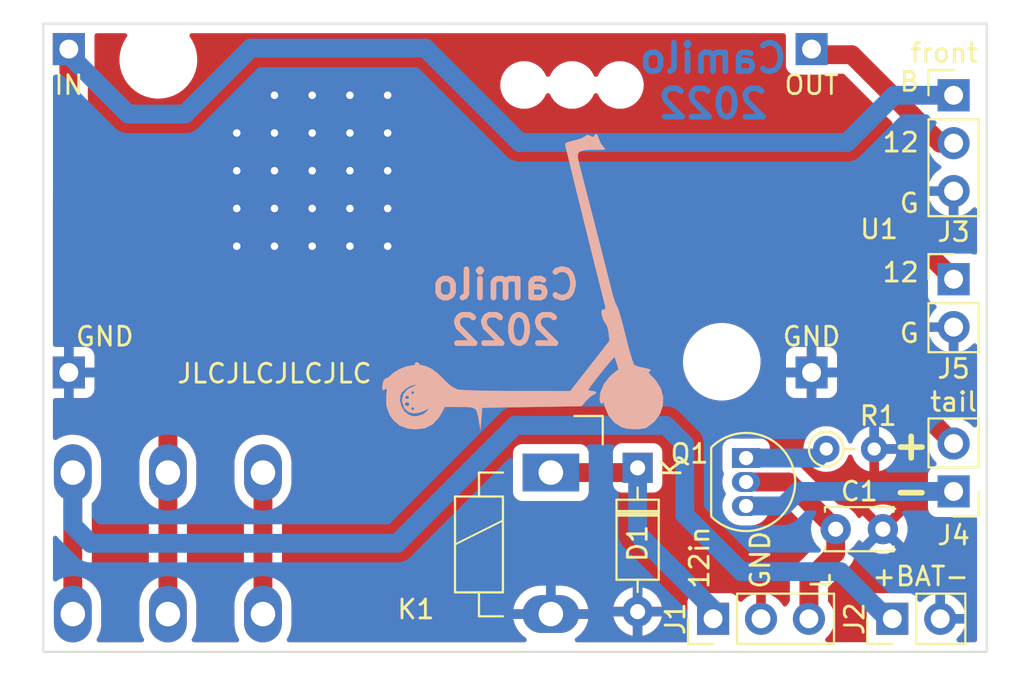
<source format=kicad_pcb>
(kicad_pcb (version 20211014) (generator pcbnew)
  (layers (0 "F.Cu" signal) (31 "B.Cu" signal) (34 "B.Paste" user) (35 "F.Paste" user) (36 "B.SilkS" user "B.Silkscreen") (37 "F.SilkS" user "F.Silkscreen") (38 "B.Mask" user) (39 "F.Mask" user) (44 "Edge.Cuts" user))
  (net 0 "")
  (net 1 "GND")
  (net 2 "/tail")
  (net 3 "/12v signal")
  (net 4 "+BATT")
  (net 5 "/bat_on")
  (net 6 "+12V")
  (net 7 "Net-(J4-Pad1)")
  (net 8 "unconnected-(K1-Pad12)")
  (net 9 "Net-(Q1-Pad1)")
  (footprint "Relay_THT:Relay_SPDT_Schrack-RT1-16A-FormC_RM5mm" (layer "F.Cu") (at 96.65 79 180)
    (fp_text reference "K1" (at 7.15 -7.25) (layer "F.SilkS"))
    (fp_text value "RT314A03")
    (fp_line (start 5.08 -1.27) (end 5.08 -6.35) (layer "F.SilkS") (width 0.12))
    (fp_line (start 2.54 -2.54) (end 5.08 -3.81) (layer "F.SilkS") (width 0.1))
    (fp_line (start 2.54 -1.27) (end 3.81 -1.27) (layer "F.SilkS") (width 0.12))
    (fp_line (start 2.54 0) (end 3.81 0) (layer "F.SilkS") (width 0.12))
    (fp_line (start -2.75 1.5) (end -2.75 3) (layer "F.SilkS") (width 0.12))
    (fp_line (start -2.75 3) (end -1.25 3) (layer "F.SilkS") (width 0.12))
    (fp_line (start 3.81 -6.35) (end 3.81 -7.62) (layer "F.SilkS") (width 0.12))
    (fp_line (start 2.54 -6.35) (end 2.54 -1.27) (layer "F.SilkS") (width 0.12))
    (fp_line (start 5.08 -6.35) (end 2.54 -6.35) (layer "F.SilkS") (width 0.12))
    (fp_line (start 3.81 -7.62) (end 2.54 -7.62) (layer "F.SilkS") (width 0.12))
    (fp_line (start 3.81 0) (end 3.81 -1.27) (layer "F.SilkS") (width 0.12))
    (fp_line (start 3.81 -1.27) (end 5.08 -1.27) (layer "F.SilkS") (width 0.12))
    (pad "11" thru_hole oval (at 20.3 -7.5) (size 2 3) (drill 1.3) (layers *.Cu *.Mask) (net 5 "/bat_on"))
    (pad "11" thru_hole oval (at 20.3 0) (size 2 3) (drill 1.3) (layers *.Cu *.Mask) (net 5 "/bat_on"))
    (pad "12" thru_hole oval (at 15.26 -7.5) (size 2 3) (drill 1.3) (layers *.Cu *.Mask) (net 8 "unconnected-(K1-Pad12)"))
    (pad "12" thru_hole oval (at 15.26 0) (size 2 3) (drill 1.3) (layers *.Cu *.Mask) (net 8 "unconnected-(K1-Pad12)"))
    (pad "14" thru_hole oval (at 25.34 0) (size 2 3) (drill 1.3) (layers *.Cu *.Mask) (net 4 "+BATT"))
    (pad "14" thru_hole oval (at 25.34 -7.5) (size 2 3) (drill 1.3) (layers *.Cu *.Mask) (net 4 "+BATT"))
    (pad "A1" thru_hole rect (at 0 0) (size 3 2) (drill 1.3) (layers *.Cu *.Mask) (net 3 "/12v signal"))
    (pad "A2" thru_hole oval (at 0 -7.5) (size 3 2) (drill 1.3) (layers *.Cu *.Mask) (net 1 "GND"))
  )
  (footprint "Connector_PinHeader_2.54mm:PinHeader_1x02_P2.54mm_Vertical" (layer "F.Cu") (at 118 80 180)
    (fp_text reference "J4" (at 0 -2.33) (layer "F.SilkS"))
    (fp_text value "tail")
    (fp_line (start -1.33 -1.33) (end 0 -1.33) (layer "F.SilkS") (width 0.12))
    (fp_line (start -1.33 3.87) (end 1.33 3.87) (layer "F.SilkS") (width 0.12))
    (fp_line (start -1.33 0) (end -1.33 -1.33) (layer "F.SilkS") (width 0.12))
    (fp_line (start -1.33 1.27) (end 1.33 1.27) (layer "F.SilkS") (width 0.12))
    (fp_line (start -1.33 1.27) (end -1.33 3.87) (layer "F.SilkS") (width 0.12))
    (fp_line (start 1.33 1.27) (end 1.33 3.87) (layer "F.SilkS") (width 0.12))
    (pad "1" thru_hole rect (at 0 0 180) (size 1.7 1.7) (drill 1) (layers *.Cu *.Mask) (net 7 "Net-(J4-Pad1)"))
    (pad "2" thru_hole oval (at 0 2.54 180) (size 1.7 1.7) (drill 1) (layers *.Cu *.Mask) (net 6 "+12V"))
  )
  (footprint "stepdown:DSN2596" (layer "F.Cu") (at 90.785 64.805)
    (fp_text reference "U1" (at 23.265 1.295 unlocked) (layer "F.SilkS"))
    (fp_text value "Stepdown")
    (fp_text user "GND" (at -17.78 6.985 unlocked) (layer "F.SilkS"))
    (fp_text user "OUT" (at 19.685 -6.35 unlocked) (layer "F.SilkS"))
    (fp_text user "GND" (at 19.685 6.985 unlocked) (layer "F.SilkS"))
    (fp_text user "IN" (at -19.685 -6.35 unlocked) (layer "F.SilkS"))
    (pad "" np_thru_hole circle (at 6.985 -6.35) (size 1.5 1.5) (drill 1.5) (layers F&B.Cu *.Mask))
    (pad "" np_thru_hole circle (at 4.445 -6.35) (size 1.5 1.5) (drill 1.5) (layers F&B.Cu *.Mask))
    (pad "" np_thru_hole circle (at 14.925 8.32) (size 3.1 3.1) (drill 3.1) (layers F&B.Cu *.Mask))
    (pad "" np_thru_hole circle (at 9.525 -6.35) (size 1.5 1.5) (drill 1.5) (layers F&B.Cu *.Mask))
    (pad "" np_thru_hole circle (at -14.94 -7.69) (size 3.1 3.1) (drill 3.1) (layers F&B.Cu *.Mask))
    (pad "1" thru_hole rect (at -19.685 -8.255) (size 1.7 1.7) (drill 1) (layers *.Cu *.Mask) (net 5 "/bat_on"))
    (pad "2" thru_hole rect (at -19.685 8.89) (size 1.7 1.7) (drill 1) (layers *.Cu *.Mask) (net 1 "GND"))
    (pad "3" thru_hole rect (at 19.685 8.89) (size 1.7 1.7) (drill 1) (layers *.Cu *.Mask) (net 1 "GND"))
    (pad "4" thru_hole rect (at 19.685 -8.255) (size 1.7 1.7) (drill 1) (layers *.Cu *.Mask) (net 6 "+12V"))
  )
  (footprint "Connector_PinHeader_2.54mm:PinHeader_1x02_P2.54mm_Vertical" (layer "F.Cu") (at 118 68.75)
    (fp_text reference "J5" (at 0 4.75) (layer "F.SilkS"))
    (fp_text value "12v out")
    (fp_line (start -1.33 1.27) (end 1.33 1.27) (layer "F.SilkS") (width 0.12))
    (fp_line (start 1.33 1.27) (end 1.33 3.87) (layer "F.SilkS") (width 0.12))
    (fp_line (start -1.33 3.87) (end 1.33 3.87) (layer "F.SilkS") (width 0.12))
    (fp_line (start -1.33 0) (end -1.33 -1.33) (layer "F.SilkS") (width 0.12))
    (fp_line (start -1.33 1.27) (end -1.33 3.87) (layer "F.SilkS") (width 0.12))
    (fp_line (start -1.33 -1.33) (end 0 -1.33) (layer "F.SilkS") (width 0.12))
    (pad "1" thru_hole rect (at 0 0) (size 1.7 1.7) (drill 1) (layers *.Cu *.Mask) (net 6 "+12V"))
    (pad "2" thru_hole oval (at 0 2.54) (size 1.7 1.7) (drill 1) (layers *.Cu *.Mask) (net 1 "GND"))
  )
  (footprint "Diode_THT:D_DO-35_SOD27_P7.62mm_Horizontal" (layer "F.Cu") (at 101.25 78.75 -90)
    (fp_text reference "D1" (at 4 0 90) (layer "F.SilkS"))
    (fp_text value "1N4148")
    (fp_text user "K" (at 0 -1.8 -90) (layer "F.SilkS"))
    (fp_line (start 2.53 -1.12) (end 2.53 1.12) (layer "F.SilkS") (width 0.12))
    (fp_line (start 2.41 -1.12) (end 2.41 1.12) (layer "F.SilkS") (width 0.12))
    (fp_line (start 2.29 -1.12) (end 2.29 1.12) (layer "F.SilkS") (width 0.12))
    (fp_line (start 6.58 0) (end 5.93 0) (layer "F.SilkS") (width 0.12))
    (fp_line (start 5.93 1.12) (end 5.93 -1.12) (layer "F.SilkS") (width 0.12))
    (fp_line (start 1.69 -1.12) (end 1.69 1.12) (layer "F.SilkS") (width 0.12))
    (fp_line (start 5.93 -1.12) (end 1.69 -1.12) (layer "F.SilkS") (width 0.12))
    (fp_line (start 1.69 1.12) (end 5.93 1.12) (layer "F.SilkS") (width 0.12))
    (fp_line (start 1.04 0) (end 1.69 0) (layer "F.SilkS") (width 0.12))
    (pad "1" thru_hole rect (at 0 0 270) (size 1.6 1.6) (drill 0.8) (layers *.Cu *.Mask) (net 3 "/12v signal"))
    (pad "2" thru_hole oval (at 7.62 0 270) (size 1.6 1.6) (drill 0.8) (layers *.Cu *.Mask) (net 1 "GND"))
  )
  (footprint "Connector_PinHeader_2.54mm:PinHeader_1x03_P2.54mm_Vertical" (layer "F.Cu") (at 118 59)
    (fp_text reference "J3" (at 0 7.25) (layer "F.SilkS"))
    (fp_text value "frontLight")
    (fp_line (start -1.33 1.27) (end -1.33 6.41) (layer "F.SilkS") (width 0.12))
    (fp_line (start -1.33 0) (end -1.33 -1.33) (layer "F.SilkS") (width 0.12))
    (fp_line (start -1.33 1.27) (end 1.33 1.27) (layer "F.SilkS") (width 0.12))
    (fp_line (start -1.33 6.41) (end 1.33 6.41) (layer "F.SilkS") (width 0.12))
    (fp_line (start -1.33 -1.33) (end 0 -1.33) (layer "F.SilkS") (width 0.12))
    (fp_line (start 1.33 1.27) (end 1.33 6.41) (layer "F.SilkS") (width 0.12))
    (pad "1" thru_hole rect (at 0 0) (size 1.7 1.7) (drill 1) (layers *.Cu *.Mask) (net 5 "/bat_on"))
    (pad "2" thru_hole oval (at 0 2.54) (size 1.7 1.7) (drill 1) (layers *.Cu *.Mask) (net 6 "+12V"))
    (pad "3" thru_hole oval (at 0 5.08) (size 1.7 1.7) (drill 1) (layers *.Cu *.Mask) (net 1 "GND"))
  )
  (footprint "Connector_PinHeader_2.54mm:PinHeader_1x02_P2.54mm_Vertical" (layer "F.Cu") (at 114.75 86.75 90)
    (fp_text reference "J2" (at 0 -2 90) (layer "F.SilkS"))
    (fp_text value "batt")
    (fp_line (start -1.33 0) (end -1.33 -1.33) (layer "F.SilkS") (width 0.12))
    (fp_line (start -1.33 3.87) (end 1.33 3.87) (layer "F.SilkS") (width 0.12))
    (fp_line (start -1.33 1.27) (end -1.33 3.87) (layer "F.SilkS") (width 0.12))
    (fp_line (start -1.33 1.27) (end 1.33 1.27) (layer "F.SilkS") (width 0.12))
    (fp_line (start 1.33 1.27) (end 1.33 3.87) (layer "F.SilkS") (width 0.12))
    (fp_line (start -1.33 -1.33) (end 0 -1.33) (layer "F.SilkS") (width 0.12))
    (pad "1" thru_hole rect (at 0 0 90) (size 1.7 1.7) (drill 1) (layers *.Cu *.Mask) (net 4 "+BATT"))
    (pad "2" thru_hole oval (at 0 2.54 90) (size 1.7 1.7) (drill 1) (layers *.Cu *.Mask) (net 1 "GND"))
  )
  (footprint "Resistor_THT:R_Axial_DIN0204_L3.6mm_D1.6mm_P2.54mm_Vertical" (layer "F.Cu") (at 111.25 77.75)
    (fp_text reference "R1" (at 2.75 -1.75) (layer "F.SilkS"))
    (fp_text value "68")
    (fp_line (start 0.92 0) (end 1.54 0) (layer "F.SilkS") (width 0.12))
    (fp_circle (center 0 0) (end 0.92 0) (layer "F.SilkS") (width 0.12) (fill none))
    (pad "1" thru_hole circle (at 0 0) (size 1.4 1.4) (drill 0.7) (layers *.Cu *.Mask) (net 9 "Net-(Q1-Pad1)"))
    (pad "2" thru_hole oval (at 2.54 0) (size 1.4 1.4) (drill 0.7) (layers *.Cu *.Mask) (net 1 "GND"))
  )
  (footprint "Connector_PinHeader_2.54mm:PinHeader_1x03_P2.54mm_Vertical" (layer "F.Cu") (at 105.25 86.75 90)
    (fp_text reference "J1" (at 0 -2 270) (layer "F.SilkS"))
    (fp_text value "scooter")
    (fp_line (start -1.33 6.41) (end 1.33 6.41) (layer "F.SilkS") (width 0.12))
    (fp_line (start -1.33 -1.33) (end 0 -1.33) (layer "F.SilkS") (width 0.12))
    (fp_line (start -1.33 1.27) (end -1.33 6.41) (layer "F.SilkS") (width 0.12))
    (fp_line (start -1.33 0) (end -1.33 -1.33) (layer "F.SilkS") (width 0.12))
    (fp_line (start 1.33 1.27) (end 1.33 6.41) (layer "F.SilkS") (width 0.12))
    (fp_line (start -1.33 1.27) (end 1.33 1.27) (layer "F.SilkS") (width 0.12))
    (pad "1" thru_hole rect (at 0 0 90) (size 1.7 1.7) (drill 1) (layers *.Cu *.Mask) (net 3 "/12v signal"))
    (pad "2" thru_hole oval (at 0 2.54 90) (size 1.7 1.7) (drill 1) (layers *.Cu *.Mask) (net 1 "GND"))
    (pad "3" thru_hole oval (at 0 5.08 90) (size 1.7 1.7) (drill 1) (layers *.Cu *.Mask) (net 2 "/tail"))
  )
  (footprint "Package_TO_SOT_THT:TO-92_Inline" (layer "F.Cu") (at 107 78.23 -90)
    (fp_text reference "Q1" (at -0.23 3 180) (layer "F.SilkS"))
    (fp_text value "PN2222A")
    (fp_line (start -0.53 1.85) (end 3.07 1.85) (layer "F.SilkS") (width 0.12))
    (fp_arc (start 1.27 -2.6) (mid 3.672087 -0.994977) (end 3.108478 1.838478) (layer "F.SilkS") (width 0.12))
    (fp_arc (start -0.568478 1.838478) (mid -1.132087 -0.994977) (end 1.27 -2.6) (layer "F.SilkS") (width 0.12))
    (pad "1" thru_hole rect (at 0 0 270) (size 1.05 1.5) (drill 0.75) (layers *.Cu *.Mask) (net 9 "Net-(Q1-Pad1)"))
    (pad "2" thru_hole oval (at 1.27 0 270) (size 1.05 1.5) (drill 0.75) (layers *.Cu *.Mask) (net 2 "/tail"))
    (pad "3" thru_hole oval (at 2.54 0 270) (size 1.05 1.5) (drill 0.75) (layers *.Cu *.Mask) (net 7 "Net-(J4-Pad1)"))
  )
  (footprint "Capacitor_THT:C_Disc_D3.4mm_W2.1mm_P2.50mm" (layer "F.Cu") (at 114.25 82 180)
    (fp_text reference "C1" (at 1.25 2) (layer "F.SilkS"))
    (fp_text value "0.1uF")
    (fp_line (start -0.57 -1.17) (end -0.57 -0.925) (layer "F.SilkS") (width 0.12))
    (fp_line (start -0.57 1.17) (end 3.07 1.17) (layer "F.SilkS") (width 0.12))
    (fp_line (start 3.07 0.925) (end 3.07 1.17) (layer "F.SilkS") (width 0.12))
    (fp_line (start -0.57 -1.17) (end 3.07 -1.17) (layer "F.SilkS") (width 0.12))
    (fp_line (start 3.07 -1.17) (end 3.07 -0.925) (layer "F.SilkS") (width 0.12))
    (fp_line (start -0.57 0.925) (end -0.57 1.17) (layer "F.SilkS") (width 0.12))
    (pad "1" thru_hole circle (at 0 0 180) (size 1.6 1.6) (drill 0.8) (layers *.Cu *.Mask) (net 1 "GND"))
    (pad "2" thru_hole circle (at 2.5 0 180) (size 1.6 1.6) (drill 0.8) (layers *.Cu *.Mask) (net 2 "/tail"))
  )
  (footprint "logo:Mijia" (layer "B.Cu") (at 95 68.75 180)
    (fp_text reference "G***" hide)
    (fp_text value "Mijia" hide)
    (fp_poly (pts (xy -3.957665 7.60569) (xy -3.955118 7.598833) (xy -3.89278 7.535753) (xy -3.758852 7.586187) (xy -3.743616 7.595042) (xy -3.589211 7.652963) (xy -3.478107 7.585583) (xy -3.469367 7.575297) (xy -3.335481 7.493214) (xy -3.093407 7.406576) (xy -2.869171 7.350418) (xy -2.581683 7.279679) (xy -2.43576 7.210033) (xy -2.404288 7.127737) (xy -2.40697 7.116163) (xy -2.439059 6.991241) (xy -2.50306 6.733769) (xy -2.591078 6.375787) (xy -2.69522 5.949335) (xy -2.752192 5.715) (xy -2.85713 5.284795) (xy -2.985984 4.759858) (xy -3.133651 4.160697) (xy -3.295028 3.507817) (xy -3.465009 2.821723) (xy -3.638492 2.122921) (xy -3.810373 1.431917) (xy -3.975548 0.769215) (xy -4.128912 0.155323) (xy -4.265364 -0.389255) (xy -4.379798 -0.844013) (xy -4.46711 -1.188445) (xy -4.522198 -1.402047) (xy -4.538149 -1.4605) (xy -4.527071 -1.584189) (xy -4.441283 -1.608667) (xy -4.352132 -1.636683) (xy -4.332697 -1.749737) (xy -4.35793 -1.921965) (xy -4.427539 -2.151951) (xy -4.52227 -2.310299) (xy -4.538187 -2.324132) (xy -4.61829 -2.455445) (xy -4.686084 -2.690119) (xy -4.709823 -2.836628) (xy -4.759977 -3.260257) (xy -2.680191 -5.926667) (xy 0.162737 -5.926194) (xy 0.93595 -5.923428) (xy 1.631651 -5.91572) (xy 2.232375 -5.903553) (xy 2.720657 -5.88741) (xy 3.079032 -5.867774) (xy 3.290035 -5.845129) (xy 3.318288 -5.838895) (xy 3.630652 -5.6788) (xy 3.961011 -5.375225) (xy 3.98112 -5.352534) (xy 4.318685 -5.014946) (xy 4.659305 -4.758032) (xy 4.968228 -4.605116) (xy 5.1435 -4.572434) (xy 5.292199 -4.540198) (xy 5.334 -4.487333) (xy 5.402915 -4.413029) (xy 5.465996 -4.402667) (xy 5.553631 -4.443712) (xy 5.545666 -4.487333) (xy 5.577384 -4.549112) (xy 5.731169 -4.573859) (xy 6.033182 -4.629415) (xy 6.375707 -4.767716) (xy 6.679098 -4.952196) (xy 6.807622 -5.068042) (xy 6.95943 -5.200849) (xy 7.07373 -5.249333) (xy 7.196176 -5.327005) (xy 7.267826 -5.540891) (xy 7.281333 -5.732291) (xy 7.267123 -5.877591) (xy 7.203998 -5.87919) (xy 7.149511 -5.837998) (xy 7.074866 -5.791894) (xy 7.045941 -5.838733) (xy 7.055855 -6.007764) (xy 7.074507 -6.156914) (xy 7.071491 -6.690387) (xy 6.910559 -7.165759) (xy 6.70651 -7.46433) (xy 6.363513 -7.757341) (xy 5.930617 -7.919073) (xy 5.501848 -7.958667) (xy 5.015921 -7.893698) (xy 4.61668 -7.692147) (xy 4.288924 -7.344045) (xy 4.114062 -7.0485) (xy 4.006069 -6.834834) (xy 4.783666 -6.834834) (xy 4.940675 -7.01102) (xy 5.12781 -7.160261) (xy 5.391278 -7.244753) (xy 5.562849 -7.269803) (xy 5.710027 -7.245404) (xy 5.886699 -7.180183) (xy 6.115281 -6.99948) (xy 6.274738 -6.728862) (xy 6.348405 -6.423468) (xy 6.319613 -6.138439) (xy 6.244166 -5.997569) (xy 6.028728 -5.797291) (xy 5.77418 -5.649735) (xy 5.550887 -5.595524) (xy 5.547994 -5.595636) (xy 5.482943 -5.615751) (xy 5.584352 -5.662493) (xy 5.646173 -5.681343) (xy 5.957613 -5.843217) (xy 6.165855 -6.097575) (xy 6.24245 -6.404398) (xy 6.234266 -6.508641) (xy 6.113427 -6.840719) (xy 5.891439 -7.046361) (xy 5.587908 -7.117843) (xy 5.22244 -7.047441) (xy 5.054628 -6.973417) (xy 4.828961 -6.858) (xy 5.588 -6.858) (xy 5.652429 -6.940206) (xy 5.672666 -6.942667) (xy 5.754873 -6.878237) (xy 5.757333 -6.858) (xy 5.692904 -6.775793) (xy 5.672666 -6.773333) (xy 5.59046 -6.837762) (xy 5.588 -6.858) (xy 4.828961 -6.858) (xy 4.783666 -6.834834) (xy 4.006069 -6.834834) (xy 3.974984 -6.773333) (xy 3.17073 -6.773333) (xy 2.777662 -6.775508) (xy 2.519091 -6.800323) (xy 2.360244 -6.87521) (xy 2.266354 -7.027602) (xy 2.202648 -7.284934) (xy 2.151284 -7.577667) (xy 2.078155 -8.001) (xy 2.033911 -7.408333) (xy 1.989666 -6.815667) (xy -0.643905 -6.773333) (xy -3.277476 -6.731) (xy -3.41178 -6.57133) (xy 5.852232 -6.57133) (xy 5.873155 -6.688225) (xy 5.896142 -6.714587) (xy 6.001684 -6.73171) (xy 6.087258 -6.645896) (xy 6.096 -6.599003) (xy 6.027348 -6.528297) (xy 5.969 -6.519333) (xy 5.852232 -6.57133) (xy -3.41178 -6.57133) (xy -3.505123 -6.460358) (xy -3.689401 -6.274916) (xy -3.711901 -6.258983) (xy 5.858227 -6.258983) (xy 5.899098 -6.336186) (xy 5.969 -6.35) (xy 6.074373 -6.30704) (xy 6.079772 -6.258983) (xy 5.992363 -6.171509) (xy 5.969 -6.167967) (xy 5.869725 -6.233881) (xy 5.858227 -6.258983) (xy -3.711901 -6.258983) (xy -3.863136 -6.151891) (xy -3.898386 -6.137153) (xy -4.044596 -6.052538) (xy -4.039591 -6.011333) (xy 5.588 -6.011333) (xy 5.652429 -6.09354) (xy 5.672666 -6.096) (xy 5.754873 -6.031571) (xy 5.757333 -6.011333) (xy 5.692904 -5.929127) (xy 5.672666 -5.926667) (xy 5.59046 -5.991096) (xy 5.588 -6.011333) (xy -4.039591 -6.011333) (xy -4.034488 -5.969334) (xy -3.87672 -5.927112) (xy -3.852334 -5.926667) (xy -3.693309 -5.904905) (xy -3.641139 -5.863167) (xy -3.691406 -5.773604) (xy -3.82545 -5.58532) (xy -4.018798 -5.329809) (xy -4.246976 -5.038563) (xy -4.485511 -4.743074) (xy -4.70993 -4.474837) (xy -4.80468 -4.365883) (xy -5.02447 -4.117432) (xy -5.137238 -4.443157) (xy -5.20278 -4.649076) (xy -5.230407 -4.770417) (xy -5.228504 -4.782526) (xy -4.791375 -5.134511) (xy -4.467562 -5.551478) (xy -4.277229 -6.00207) (xy -4.234161 -6.328833) (xy -4.260635 -6.500105) (xy -4.319928 -6.60229) (xy -4.380083 -6.604327) (xy -4.408382 -6.498167) (xy -4.430415 -6.508974) (xy -4.48085 -6.65042) (xy -4.523285 -6.798408) (xy -4.717901 -7.240163) (xy -5.026677 -7.605441) (xy -5.394781 -7.842094) (xy -5.67192 -7.916373) (xy -6.018283 -7.95043) (xy -6.365995 -7.943362) (xy -6.647182 -7.894266) (xy -6.731 -7.859862) (xy -7.150623 -7.542196) (xy -7.437762 -7.144708) (xy -7.588898 -6.696445) (xy -7.600513 -6.226453) (xy -7.469087 -5.763778) (xy -7.191103 -5.337467) (xy -7.053523 -5.197619) (xy -6.895458 -5.036803) (xy -6.826715 -4.932677) (xy -6.841455 -4.910667) (xy -6.936502 -4.858437) (xy -6.942667 -4.831188) (xy -6.867241 -4.772778) (xy -6.676108 -4.715616) (xy -6.557472 -4.693945) (xy -6.300527 -4.636389) (xy -6.107695 -4.55959) (xy -6.064762 -4.528666) (xy -6.010874 -4.414664) (xy -5.927346 -4.164251) (xy -5.822586 -3.806021) (xy -5.704999 -3.368567) (xy -5.596167 -2.934923) (xy -5.47632 -2.458014) (xy -5.364076 -2.041524) (xy -5.267239 -1.712109) (xy -5.193612 -1.496426) (xy -5.15303 -1.421343) (xy -5.098856 -1.332456) (xy -5.019729 -1.115518) (xy -4.928213 -0.807606) (xy -4.871725 -0.591162) (xy -4.807513 -0.335361) (xy -4.707563 0.059118) (xy -4.578356 0.566968) (xy -4.42637 1.162881) (xy -4.258085 1.821549) (xy -4.079983 2.517665) (xy -3.898542 3.225921) (xy -3.720243 3.921009) (xy -3.551565 4.577622) (xy -3.398988 5.170451) (xy -3.268993 5.67419) (xy -3.168059 6.06353) (xy -3.154101 6.117118) (xy -3.084547 6.435112) (xy -3.087778 6.64683) (xy -3.1858 6.773534) (xy -3.400622 6.836484) (xy -3.754251 6.856943) (xy -3.920999 6.858) (xy -4.256986 6.85942) (xy -4.449089 6.869243) (xy -4.522757 6.895809) (xy -4.503438 6.947462) (xy -4.426179 7.0236) (xy -4.275964 7.231069) (xy -4.19182 7.446934) (xy -4.120443 7.64415) (xy -4.035503 7.701489) (xy -3.957665 7.60569)) (layer "B.SilkS") (width 0.01) (fill solid))
  )
  (gr_rect (start 69.75 55.2) (end 119.75 88.5) (layer "Edge.Cuts") (width 0.1) (fill none))
  (gr_text "Camilo\n2022" (at 105.25 58.25) (layer "B.Cu") (effects (font (size 1.5 1.5) (thickness 0.3)) (justify mirror)))
  (gr_text "Camilo\n2022" (at 94.25 70.25) (layer "B.SilkS") (effects (font (size 1.5 1.5) (thickness 0.3)) (justify mirror)))
  (gr_text "+\n-" (at 115.75 78.75) (layer "F.SilkS") (effects (font (size 1.5 1.5) (thickness 0.3))))
  (gr_text "+BAT-" (at 116.25 84.5) (layer "F.SilkS") (effects (font (size 1 1))))
  (gr_text "front" (at 117.5 56.75) (layer "F.SilkS") (effects (font (size 1 1))))
  (gr_text "JLCJLCJLCJLC" (at 82 73.75) (layer "F.SilkS") (effects (font (size 1 1))))
  (gr_text "B\n\n12\n\nG" (at 116.25 61.5) (layer "F.SilkS") (effects (font (size 1 1)) (justify right)))
  (gr_text "12\n\nG" (at 116.25 70) (layer "F.SilkS") (effects (font (size 1 1)) (justify right)))
  (gr_text "tail" (at 118 75.25) (layer "F.SilkS") (effects (font (size 1 1))))
  (gr_text "12in\n\nGND\n\nL" (at 107.75 85.25 90) (layer "F.SilkS") (effects (font (size 1 1)) (justify left)))
  (via (at 80 67) (size 0.8) (drill 0.4) (layers "F.Cu" "B.Cu") (net 1))
  (via (at 84 59) (size 0.8) (drill 0.4) (layers "F.Cu" "B.Cu") (net 1))
  (via (at 82 67) (size 0.8) (drill 0.4) (layers "F.Cu" "B.Cu") (net 1))
  (via (at 86 63) (size 0.8) (drill 0.4) (layers "F.Cu" "B.Cu") (net 1))
  (via (at 88 65) (size 0.8) (drill 0.4) (layers "F.Cu" "B.Cu") (net 1))
  (via (at 82 63) (size 0.8) (drill 0.4) (layers "F.Cu" "B.Cu") (net 1))
  (via (at 88 67) (size 0.8) (drill 0.4) (layers "F.Cu" "B.Cu") (net 1))
  (via (at 86 67) (size 0.8) (drill 0.4) (layers "F.Cu" "B.Cu") (net 1))
  (via (at 88 59) (size 0.8) (drill 0.4) (layers "F.Cu" "B.Cu") (net 1))
  (via (at 88 61) (size 0.8) (drill 0.4) (layers "F.Cu" "B.Cu") (net 1))
  (via (at 80 61) (size 0.8) (drill 0.4) (layers "F.Cu" "B.Cu") (net 1))
  (via (at 80 65) (size 0.8) (drill 0.4) (layers "F.Cu" "B.Cu") (net 1))
  (via (at 84 67) (size 0.8) (drill 0.4) (layers "F.Cu" "B.Cu") (net 1))
  (via (at 86 65) (size 0.8) (drill 0.4) (layers "F.Cu" "B.Cu") (net 1))
  (via (at 84 61) (size 0.8) (drill 0.4) (layers "F.Cu" "B.Cu") (net 1))
  (via (at 80 63) (size 0.8) (drill 0.4) (layers "F.Cu" "B.Cu") (net 1))
  (via (at 82 65) (size 0.8) (drill 0.4) (layers "F.Cu" "B.Cu") (net 1))
  (via (at 86 61) (size 0.8) (drill 0.4) (layers "F.Cu" "B.Cu") (net 1))
  (via (at 84 65) (size 0.8) (drill 0.4) (layers "F.Cu" "B.Cu") (net 1))
  (via (at 82 61) (size 0.8) (drill 0.4) (layers "F.Cu" "B.Cu") (net 1))
  (via (at 82 59) (size 0.8) (drill 0.4) (layers "F.Cu" "B.Cu") (net 1))
  (via (at 86 59) (size 0.8) (drill 0.4) (layers "F.Cu" "B.Cu") (net 1))
  (via (at 84 63) (size 0.8) (drill 0.4) (layers "F.Cu" "B.Cu") (net 1))
  (via (at 88 63) (size 0.8) (drill 0.4) (layers "F.Cu" "B.Cu") (net 1))
  (segment (start 111.75 83.25) (end 111.75 82) (width 1) (layer "F.Cu") (net 2))
  (segment (start 107 79.5) (end 109.25 79.5) (width 1) (layer "F.Cu") (net 2))
  (segment (start 109.25 79.5) (end 111.75 82) (width 1) (layer "F.Cu") (net 2))
  (segment (start 110.33 84.67) (end 111.75 83.25) (width 1) (layer "F.Cu") (net 2))
  (segment (start 110.33 86.75) (end 110.33 84.67) (width 1) (layer "F.Cu") (net 2))
  (segment (start 101 79) (end 101.25 78.75) (width 1) (layer "F.Cu") (net 3))
  (segment (start 96.65 79) (end 101 79) (width 1) (layer "F.Cu") (net 3))
  (segment (start 105.25 86.75) (end 105.25 86.25) (width 1) (layer "B.Cu") (net 3))
  (segment (start 105.25 86.25) (end 101.25 82.25) (width 1) (layer "B.Cu") (net 3))
  (segment (start 101.25 82.25) (end 101.25 78.75) (width 1) (layer "B.Cu") (net 3))
  (segment (start 71.31 86.5) (end 71.31 79) (width 1) (layer "F.Cu") (net 4))
  (segment (start 103.75 77.5) (end 102.75 76.5) (width 1) (layer "B.Cu") (net 4))
  (segment (start 114.75 86.75) (end 114.5 86.75) (width 1) (layer "B.Cu") (net 4))
  (segment (start 88.5 82.75) (end 72.25 82.75) (width 1) (layer "B.Cu") (net 4))
  (segment (start 94.75 76.5) (end 88.5 82.75) (width 1) (layer "B.Cu") (net 4))
  (segment (start 103.75 81.25) (end 103.75 77.5) (width 1) (layer "B.Cu") (net 4))
  (segment (start 72.25 82.75) (end 71.31 81.81) (width 1) (layer "B.Cu") (net 4))
  (segment (start 114.5 86.75) (end 112 84.25) (width 1) (layer "B.Cu") (net 4))
  (segment (start 112 84.25) (end 106.75 84.25) (width 1) (layer "B.Cu") (net 4))
  (segment (start 102.75 76.5) (end 94.75 76.5) (width 1) (layer "B.Cu") (net 4))
  (segment (start 71.31 81.81) (end 71.31 79) (width 1) (layer "B.Cu") (net 4))
  (segment (start 106.75 84.25) (end 103.75 81.25) (width 1) (layer "B.Cu") (net 4))
  (segment (start 76.35 86.5) (end 76.35 79) (width 1) (layer "F.Cu") (net 5))
  (segment (start 71.1 56.55) (end 71.1 63.6) (width 1) (layer "F.Cu") (net 5))
  (segment (start 76.35 68.85) (end 76.35 79) (width 1) (layer "F.Cu") (net 5))
  (segment (start 71.1 63.6) (end 76.35 68.85) (width 1) (layer "F.Cu") (net 5))
  (segment (start 112.35 61.5) (end 95 61.5) (width 1) (layer "B.Cu") (net 5))
  (segment (start 71.065 56.545) (end 71.11 56.5) (width 1) (layer "B.Cu") (net 5))
  (segment (start 95 61.5) (end 90 56.5) (width 1) (layer "B.Cu") (net 5))
  (segment (start 114.85 59) (end 112.35 61.5) (width 1) (layer "B.Cu") (net 5))
  (segment (start 77.25 60) (end 74.25 60) (width 1) (layer "B.Cu") (net 5))
  (segment (start 74.25 60) (end 71.1 56.85) (width 1) (layer "B.Cu") (net 5))
  (segment (start 80.75 56.5) (end 77.25 60) (width 1) (layer "B.Cu") (net 5))
  (segment (start 90 56.5) (end 80.75 56.5) (width 1) (layer "B.Cu") (net 5))
  (segment (start 118 59) (end 114.85 59) (width 1) (layer "B.Cu") (net 5))
  (segment (start 71.1 56.85) (end 71.1 56.55) (width 1) (layer "B.Cu") (net 5))
  (segment (start 115.765 65.49) (end 115.765 75.225) (width 1) (layer "F.Cu") (net 6))
  (segment (start 115.765 66.515) (end 118 68.75) (width 1) (layer "F.Cu") (net 6))
  (segment (start 115.765 60.015) (end 117.29 61.54) (width 1) (layer "F.Cu") (net 6))
  (segment (start 117.29 61.54) (end 118 61.54) (width 1) (layer "F.Cu") (net 6))
  (segment (start 110.47 56.85) (end 112.6 56.85) (width 1) (layer "F.Cu") (net 6))
  (segment (start 112.6 56.85) (end 115.765 60.015) (width 1) (layer "F.Cu") (net 6))
  (segment (start 115.765 65.49) (end 115.765 66.515) (width 1) (layer "F.Cu") (net 6))
  (segment (start 115.765 75.225) (end 118 77.46) (width 1) (layer "F.Cu") (net 6))
  (segment (start 115.765 60.015) (end 115.765 65.49) (width 1) (layer "F.Cu") (net 6))
  (segment (start 109.75 80) (end 108.98 80.77) (width 1) (layer "B.Cu") (net 7))
  (segment (start 108.98 80.77) (end 107 80.77) (width 1) (layer "B.Cu") (net 7))
  (segment (start 118 80) (end 109.75 80) (width 1) (layer "B.Cu") (net 7))
  (segment (start 81.39 79) (end 81.39 86.5) (width 1) (layer "F.Cu") (net 8))
  (segment (start 110.77 78.23) (end 111.25 77.75) (width 1) (layer "B.Cu") (net 9))
  (segment (start 107 78.23) (end 110.77 78.23) (width 1) (layer "B.Cu") (net 9))
  (zone (net 1) (net_name "GND") (layers F&B.Cu) (connect_pads (clearance 0.508)) (min_thickness 0.254) (fill yes (thermal_gap 0.508) (thermal_bridge_width 0.508))
    (polygon (pts (xy 119.75 88.5) (xy 69.75 88.5) (xy 69.75 55.2) (xy 119.75 55.2)))
  )
)
</source>
